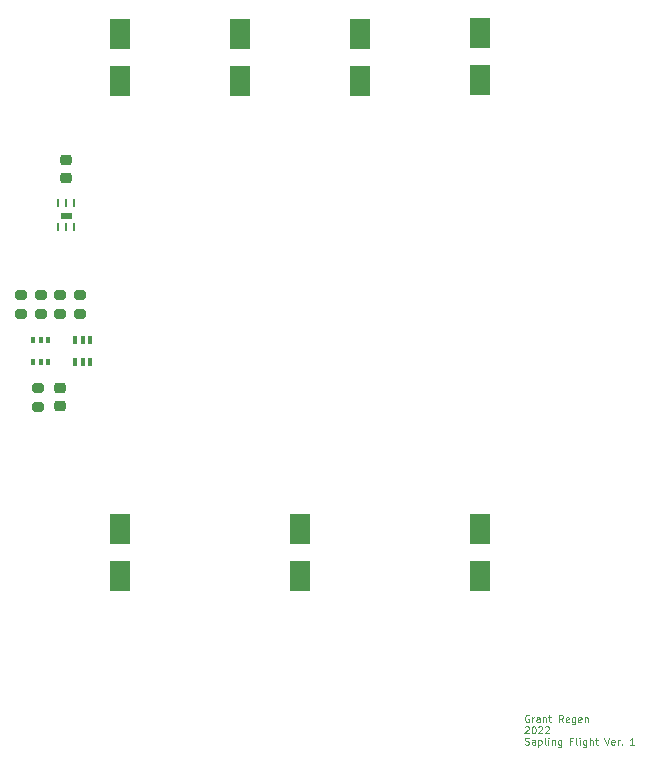
<source format=gtp>
%TF.GenerationSoftware,KiCad,Pcbnew,(6.0.5)*%
%TF.CreationDate,2022-07-09T16:00:03-07:00*%
%TF.ProjectId,solar-panel-side-Z-plus,736f6c61-722d-4706-916e-656c2d736964,rev?*%
%TF.SameCoordinates,Original*%
%TF.FileFunction,Paste,Top*%
%TF.FilePolarity,Positive*%
%FSLAX46Y46*%
G04 Gerber Fmt 4.6, Leading zero omitted, Abs format (unit mm)*
G04 Created by KiCad (PCBNEW (6.0.5)) date 2022-07-09 16:00:03*
%MOMM*%
%LPD*%
G01*
G04 APERTURE LIST*
G04 Aperture macros list*
%AMRoundRect*
0 Rectangle with rounded corners*
0 $1 Rounding radius*
0 $2 $3 $4 $5 $6 $7 $8 $9 X,Y pos of 4 corners*
0 Add a 4 corners polygon primitive as box body*
4,1,4,$2,$3,$4,$5,$6,$7,$8,$9,$2,$3,0*
0 Add four circle primitives for the rounded corners*
1,1,$1+$1,$2,$3*
1,1,$1+$1,$4,$5*
1,1,$1+$1,$6,$7*
1,1,$1+$1,$8,$9*
0 Add four rect primitives between the rounded corners*
20,1,$1+$1,$2,$3,$4,$5,0*
20,1,$1+$1,$4,$5,$6,$7,0*
20,1,$1+$1,$6,$7,$8,$9,0*
20,1,$1+$1,$8,$9,$2,$3,0*%
G04 Aperture macros list end*
%ADD10C,0.100000*%
%ADD11C,0.010000*%
%ADD12R,1.700000X2.500000*%
%ADD13RoundRect,0.225000X0.250000X-0.225000X0.250000X0.225000X-0.250000X0.225000X-0.250000X-0.225000X0*%
%ADD14R,0.270000X0.740000*%
%ADD15RoundRect,0.200000X0.275000X-0.200000X0.275000X0.200000X-0.275000X0.200000X-0.275000X-0.200000X0*%
%ADD16RoundRect,0.200000X-0.275000X0.200000X-0.275000X-0.200000X0.275000X-0.200000X0.275000X0.200000X0*%
%ADD17R,0.400000X0.650000*%
%ADD18RoundRect,0.225000X-0.250000X0.225000X-0.250000X-0.225000X0.250000X-0.225000X0.250000X0.225000X0*%
%ADD19R,0.400000X0.600000*%
G04 APERTURE END LIST*
D10*
X174308942Y-130610800D02*
X174251800Y-130582228D01*
X174166085Y-130582228D01*
X174080371Y-130610800D01*
X174023228Y-130667942D01*
X173994657Y-130725085D01*
X173966085Y-130839371D01*
X173966085Y-130925085D01*
X173994657Y-131039371D01*
X174023228Y-131096514D01*
X174080371Y-131153657D01*
X174166085Y-131182228D01*
X174223228Y-131182228D01*
X174308942Y-131153657D01*
X174337514Y-131125085D01*
X174337514Y-130925085D01*
X174223228Y-130925085D01*
X174594657Y-131182228D02*
X174594657Y-130782228D01*
X174594657Y-130896514D02*
X174623228Y-130839371D01*
X174651800Y-130810800D01*
X174708942Y-130782228D01*
X174766085Y-130782228D01*
X175223228Y-131182228D02*
X175223228Y-130867942D01*
X175194657Y-130810800D01*
X175137514Y-130782228D01*
X175023228Y-130782228D01*
X174966085Y-130810800D01*
X175223228Y-131153657D02*
X175166085Y-131182228D01*
X175023228Y-131182228D01*
X174966085Y-131153657D01*
X174937514Y-131096514D01*
X174937514Y-131039371D01*
X174966085Y-130982228D01*
X175023228Y-130953657D01*
X175166085Y-130953657D01*
X175223228Y-130925085D01*
X175508942Y-130782228D02*
X175508942Y-131182228D01*
X175508942Y-130839371D02*
X175537514Y-130810800D01*
X175594657Y-130782228D01*
X175680371Y-130782228D01*
X175737514Y-130810800D01*
X175766085Y-130867942D01*
X175766085Y-131182228D01*
X175966085Y-130782228D02*
X176194657Y-130782228D01*
X176051800Y-130582228D02*
X176051800Y-131096514D01*
X176080371Y-131153657D01*
X176137514Y-131182228D01*
X176194657Y-131182228D01*
X177194657Y-131182228D02*
X176994657Y-130896514D01*
X176851800Y-131182228D02*
X176851800Y-130582228D01*
X177080371Y-130582228D01*
X177137514Y-130610800D01*
X177166085Y-130639371D01*
X177194657Y-130696514D01*
X177194657Y-130782228D01*
X177166085Y-130839371D01*
X177137514Y-130867942D01*
X177080371Y-130896514D01*
X176851800Y-130896514D01*
X177680371Y-131153657D02*
X177623228Y-131182228D01*
X177508942Y-131182228D01*
X177451800Y-131153657D01*
X177423228Y-131096514D01*
X177423228Y-130867942D01*
X177451800Y-130810800D01*
X177508942Y-130782228D01*
X177623228Y-130782228D01*
X177680371Y-130810800D01*
X177708942Y-130867942D01*
X177708942Y-130925085D01*
X177423228Y-130982228D01*
X178223228Y-130782228D02*
X178223228Y-131267942D01*
X178194657Y-131325085D01*
X178166085Y-131353657D01*
X178108942Y-131382228D01*
X178023228Y-131382228D01*
X177966085Y-131353657D01*
X178223228Y-131153657D02*
X178166085Y-131182228D01*
X178051800Y-131182228D01*
X177994657Y-131153657D01*
X177966085Y-131125085D01*
X177937514Y-131067942D01*
X177937514Y-130896514D01*
X177966085Y-130839371D01*
X177994657Y-130810800D01*
X178051800Y-130782228D01*
X178166085Y-130782228D01*
X178223228Y-130810800D01*
X178737514Y-131153657D02*
X178680371Y-131182228D01*
X178566085Y-131182228D01*
X178508942Y-131153657D01*
X178480371Y-131096514D01*
X178480371Y-130867942D01*
X178508942Y-130810800D01*
X178566085Y-130782228D01*
X178680371Y-130782228D01*
X178737514Y-130810800D01*
X178766085Y-130867942D01*
X178766085Y-130925085D01*
X178480371Y-130982228D01*
X179023228Y-130782228D02*
X179023228Y-131182228D01*
X179023228Y-130839371D02*
X179051800Y-130810800D01*
X179108942Y-130782228D01*
X179194657Y-130782228D01*
X179251800Y-130810800D01*
X179280371Y-130867942D01*
X179280371Y-131182228D01*
X173966085Y-131605371D02*
X173994657Y-131576800D01*
X174051800Y-131548228D01*
X174194657Y-131548228D01*
X174251800Y-131576800D01*
X174280371Y-131605371D01*
X174308942Y-131662514D01*
X174308942Y-131719657D01*
X174280371Y-131805371D01*
X173937514Y-132148228D01*
X174308942Y-132148228D01*
X174680371Y-131548228D02*
X174737514Y-131548228D01*
X174794657Y-131576800D01*
X174823228Y-131605371D01*
X174851800Y-131662514D01*
X174880371Y-131776800D01*
X174880371Y-131919657D01*
X174851800Y-132033942D01*
X174823228Y-132091085D01*
X174794657Y-132119657D01*
X174737514Y-132148228D01*
X174680371Y-132148228D01*
X174623228Y-132119657D01*
X174594657Y-132091085D01*
X174566085Y-132033942D01*
X174537514Y-131919657D01*
X174537514Y-131776800D01*
X174566085Y-131662514D01*
X174594657Y-131605371D01*
X174623228Y-131576800D01*
X174680371Y-131548228D01*
X175108942Y-131605371D02*
X175137514Y-131576800D01*
X175194657Y-131548228D01*
X175337514Y-131548228D01*
X175394657Y-131576800D01*
X175423228Y-131605371D01*
X175451800Y-131662514D01*
X175451800Y-131719657D01*
X175423228Y-131805371D01*
X175080371Y-132148228D01*
X175451800Y-132148228D01*
X175680371Y-131605371D02*
X175708942Y-131576800D01*
X175766085Y-131548228D01*
X175908942Y-131548228D01*
X175966085Y-131576800D01*
X175994657Y-131605371D01*
X176023228Y-131662514D01*
X176023228Y-131719657D01*
X175994657Y-131805371D01*
X175651800Y-132148228D01*
X176023228Y-132148228D01*
X173966085Y-133085657D02*
X174051800Y-133114228D01*
X174194657Y-133114228D01*
X174251800Y-133085657D01*
X174280371Y-133057085D01*
X174308942Y-132999942D01*
X174308942Y-132942800D01*
X174280371Y-132885657D01*
X174251800Y-132857085D01*
X174194657Y-132828514D01*
X174080371Y-132799942D01*
X174023228Y-132771371D01*
X173994657Y-132742800D01*
X173966085Y-132685657D01*
X173966085Y-132628514D01*
X173994657Y-132571371D01*
X174023228Y-132542800D01*
X174080371Y-132514228D01*
X174223228Y-132514228D01*
X174308942Y-132542800D01*
X174823228Y-133114228D02*
X174823228Y-132799942D01*
X174794657Y-132742800D01*
X174737514Y-132714228D01*
X174623228Y-132714228D01*
X174566085Y-132742800D01*
X174823228Y-133085657D02*
X174766085Y-133114228D01*
X174623228Y-133114228D01*
X174566085Y-133085657D01*
X174537514Y-133028514D01*
X174537514Y-132971371D01*
X174566085Y-132914228D01*
X174623228Y-132885657D01*
X174766085Y-132885657D01*
X174823228Y-132857085D01*
X175108942Y-132714228D02*
X175108942Y-133314228D01*
X175108942Y-132742800D02*
X175166085Y-132714228D01*
X175280371Y-132714228D01*
X175337514Y-132742800D01*
X175366085Y-132771371D01*
X175394657Y-132828514D01*
X175394657Y-132999942D01*
X175366085Y-133057085D01*
X175337514Y-133085657D01*
X175280371Y-133114228D01*
X175166085Y-133114228D01*
X175108942Y-133085657D01*
X175737514Y-133114228D02*
X175680371Y-133085657D01*
X175651800Y-133028514D01*
X175651800Y-132514228D01*
X175966085Y-133114228D02*
X175966085Y-132714228D01*
X175966085Y-132514228D02*
X175937514Y-132542800D01*
X175966085Y-132571371D01*
X175994657Y-132542800D01*
X175966085Y-132514228D01*
X175966085Y-132571371D01*
X176251800Y-132714228D02*
X176251800Y-133114228D01*
X176251800Y-132771371D02*
X176280371Y-132742800D01*
X176337514Y-132714228D01*
X176423228Y-132714228D01*
X176480371Y-132742800D01*
X176508942Y-132799942D01*
X176508942Y-133114228D01*
X177051800Y-132714228D02*
X177051800Y-133199942D01*
X177023228Y-133257085D01*
X176994657Y-133285657D01*
X176937514Y-133314228D01*
X176851800Y-133314228D01*
X176794657Y-133285657D01*
X177051800Y-133085657D02*
X176994657Y-133114228D01*
X176880371Y-133114228D01*
X176823228Y-133085657D01*
X176794657Y-133057085D01*
X176766085Y-132999942D01*
X176766085Y-132828514D01*
X176794657Y-132771371D01*
X176823228Y-132742800D01*
X176880371Y-132714228D01*
X176994657Y-132714228D01*
X177051800Y-132742800D01*
X177994657Y-132799942D02*
X177794657Y-132799942D01*
X177794657Y-133114228D02*
X177794657Y-132514228D01*
X178080371Y-132514228D01*
X178394657Y-133114228D02*
X178337514Y-133085657D01*
X178308942Y-133028514D01*
X178308942Y-132514228D01*
X178623228Y-133114228D02*
X178623228Y-132714228D01*
X178623228Y-132514228D02*
X178594657Y-132542800D01*
X178623228Y-132571371D01*
X178651800Y-132542800D01*
X178623228Y-132514228D01*
X178623228Y-132571371D01*
X179166085Y-132714228D02*
X179166085Y-133199942D01*
X179137514Y-133257085D01*
X179108942Y-133285657D01*
X179051800Y-133314228D01*
X178966085Y-133314228D01*
X178908942Y-133285657D01*
X179166085Y-133085657D02*
X179108942Y-133114228D01*
X178994657Y-133114228D01*
X178937514Y-133085657D01*
X178908942Y-133057085D01*
X178880371Y-132999942D01*
X178880371Y-132828514D01*
X178908942Y-132771371D01*
X178937514Y-132742800D01*
X178994657Y-132714228D01*
X179108942Y-132714228D01*
X179166085Y-132742800D01*
X179451800Y-133114228D02*
X179451800Y-132514228D01*
X179708942Y-133114228D02*
X179708942Y-132799942D01*
X179680371Y-132742800D01*
X179623228Y-132714228D01*
X179537514Y-132714228D01*
X179480371Y-132742800D01*
X179451800Y-132771371D01*
X179908942Y-132714228D02*
X180137514Y-132714228D01*
X179994657Y-132514228D02*
X179994657Y-133028514D01*
X180023228Y-133085657D01*
X180080371Y-133114228D01*
X180137514Y-133114228D01*
X180708942Y-132514228D02*
X180908942Y-133114228D01*
X181108942Y-132514228D01*
X181537514Y-133085657D02*
X181480371Y-133114228D01*
X181366085Y-133114228D01*
X181308942Y-133085657D01*
X181280371Y-133028514D01*
X181280371Y-132799942D01*
X181308942Y-132742800D01*
X181366085Y-132714228D01*
X181480371Y-132714228D01*
X181537514Y-132742800D01*
X181566085Y-132799942D01*
X181566085Y-132857085D01*
X181280371Y-132914228D01*
X181823228Y-133114228D02*
X181823228Y-132714228D01*
X181823228Y-132828514D02*
X181851800Y-132771371D01*
X181880371Y-132742800D01*
X181937514Y-132714228D01*
X181994657Y-132714228D01*
X182194657Y-133057085D02*
X182223228Y-133085657D01*
X182194657Y-133114228D01*
X182166085Y-133085657D01*
X182194657Y-133057085D01*
X182194657Y-133114228D01*
X183251800Y-133114228D02*
X182908942Y-133114228D01*
X183080371Y-133114228D02*
X183080371Y-132514228D01*
X183023228Y-132599942D01*
X182966085Y-132657085D01*
X182908942Y-132685657D01*
G36*
X135558000Y-88475000D02*
G01*
X134698000Y-88475000D01*
X134698000Y-88055000D01*
X135558000Y-88055000D01*
X135558000Y-88475000D01*
G37*
D11*
X135558000Y-88475000D02*
X134698000Y-88475000D01*
X134698000Y-88055000D01*
X135558000Y-88055000D01*
X135558000Y-88475000D01*
D12*
X154940000Y-114840000D03*
X154940000Y-118840000D03*
X170180000Y-114840000D03*
X170180000Y-118840000D03*
X149860000Y-72930000D03*
X149860000Y-76930000D03*
X139700000Y-72930000D03*
X139700000Y-76930000D03*
D13*
X135128000Y-85166500D03*
X135128000Y-83616500D03*
D12*
X139700000Y-114840000D03*
X139700000Y-118840000D03*
X170180000Y-72835000D03*
X170180000Y-76835000D03*
X160020000Y-72930000D03*
X160020000Y-76930000D03*
D14*
X135778000Y-87270000D03*
X135128000Y-87270000D03*
X134478000Y-87270000D03*
X134478000Y-89260000D03*
X135128000Y-89260000D03*
X135778000Y-89260000D03*
D15*
X136271000Y-96646500D03*
X136271000Y-94996500D03*
X132715000Y-104520500D03*
X132715000Y-102870500D03*
D16*
X132969000Y-94996500D03*
X132969000Y-96646500D03*
X131318000Y-94996500D03*
X131318000Y-96646500D03*
X134620000Y-94996500D03*
X134620000Y-96646500D03*
D17*
X137175000Y-98808500D03*
X136525000Y-98808500D03*
X135875000Y-98808500D03*
X135875000Y-100708500D03*
X136525000Y-100708500D03*
X137175000Y-100708500D03*
D18*
X134620000Y-102920500D03*
X134620000Y-104470500D03*
D19*
X133619000Y-98808500D03*
X132969000Y-98808500D03*
X132319000Y-98808500D03*
X132319000Y-100708500D03*
X132969000Y-100708500D03*
X133619000Y-100708500D03*
M02*

</source>
